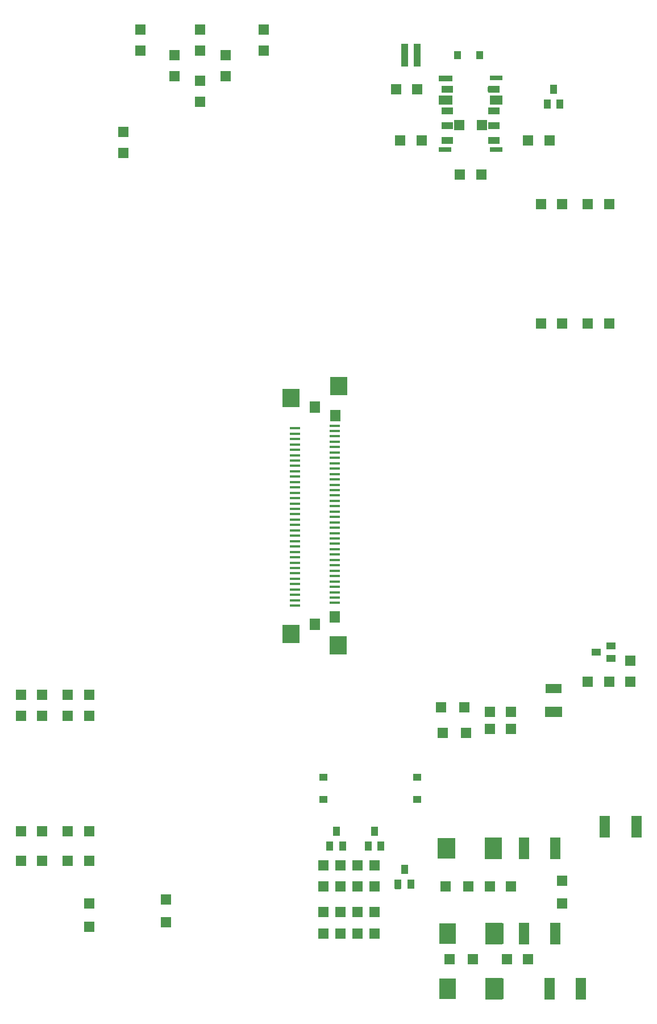
<source format=gtp>
*%FSLAX24Y24*%
*%MOIN*%
G01*
%ADD11C,0.0000*%
%ADD12C,0.0040*%
%ADD13C,0.0059*%
%ADD14C,0.0060*%
%ADD15C,0.0073*%
%ADD16C,0.0079*%
%ADD17C,0.0080*%
%ADD18C,0.0098*%
%ADD19C,0.0100*%
%ADD20C,0.0120*%
%ADD21C,0.0150*%
%ADD22C,0.0197*%
%ADD23C,0.0200*%
%ADD24C,0.0200*%
%ADD25C,0.0240*%
%ADD26C,0.0250*%
%ADD27C,0.0300*%
%ADD28C,0.0300*%
%ADD29C,0.0340*%
%ADD30C,0.0360*%
%ADD31C,0.0380*%
%ADD32C,0.0394*%
%ADD33C,0.0397*%
%ADD34C,0.0400*%
%ADD35C,0.0400*%
%ADD36C,0.0434*%
%ADD37C,0.0440*%
%ADD38C,0.0472*%
%ADD39C,0.0480*%
%ADD40C,0.0500*%
%ADD41C,0.0500*%
%ADD42C,0.0520*%
%ADD43C,0.0540*%
%ADD44C,0.0560*%
%ADD45C,0.0580*%
%ADD46C,0.0594*%
%ADD47C,0.0600*%
%ADD48C,0.0600*%
%ADD49C,0.0620*%
%ADD50C,0.0640*%
%ADD51C,0.0650*%
%ADD52C,0.0660*%
%ADD53C,0.0670*%
%ADD54C,0.0672*%
%ADD55O,0.0750X0.0560*%
%ADD56C,0.0760*%
%ADD57C,0.0787*%
%ADD58O,0.0790X0.0600*%
%ADD59C,0.0800*%
%ADD60C,0.0827*%
%ADD61O,0.0850X0.0560*%
%ADD62C,0.0850*%
%ADD63C,0.0870*%
%ADD64C,0.0886*%
%ADD65C,0.0889*%
%ADD66O,0.0890X0.0600*%
%ADD67C,0.0926*%
%ADD68C,0.1000*%
%ADD69C,0.1040*%
%ADD70C,0.1161*%
%ADD71C,0.1250*%
%ADD72C,0.1276*%
%ADD73C,0.1316*%
%ADD74C,0.1600*%
%ADD75C,0.1640*%
%ADD76C,0.2250*%
%ADD77R,0.0200X0.0200*%
%ADD78R,0.0350X0.0500*%
%ADD79R,0.0350X0.0520*%
%ADD80R,0.0360X0.1300*%
%ADD81R,0.0370X0.0530*%
%ADD82R,0.0394X0.0551*%
%ADD83R,0.0394X0.1102*%
%ADD84R,0.0400X0.0500*%
%ADD85R,0.0400X0.0750*%
%ADD86R,0.0400X0.1350*%
%ADD87R,0.0434X0.0591*%
%ADD88R,0.0440X0.0540*%
%ADD89R,0.0440X0.1390*%
%ADD90R,0.0500X0.0400*%
%ADD91R,0.0500X0.0500*%
%ADD92R,0.0500X0.0500*%
%ADD93R,0.0500X0.1200*%
%ADD94R,0.0540X0.0440*%
%ADD95R,0.0540X0.0540*%
%ADD96R,0.0550X0.0350*%
%ADD97R,0.0551X0.0394*%
%ADD98R,0.0591X0.0177*%
%ADD99R,0.0591X0.0434*%
%ADD100R,0.0600X0.0600*%
%ADD101R,0.0600X0.0650*%
%ADD102R,0.0600X0.1250*%
%ADD103R,0.0620X0.0620*%
%ADD104R,0.0631X0.0217*%
%ADD105R,0.0640X0.0640*%
%ADD106R,0.0640X0.1290*%
%ADD107R,0.0650X0.0300*%
%ADD108R,0.0660X0.0660*%
%ADD109R,0.0700X0.0300*%
%ADD110R,0.0700X0.0340*%
%ADD111R,0.0700X0.0350*%
%ADD112R,0.0700X0.0700*%
%ADD113R,0.0709X0.0394*%
%ADD114R,0.0740X0.0740*%
%ADD115R,0.0749X0.0434*%
%ADD116R,0.0750X0.0300*%
%ADD117R,0.0750X0.0400*%
%ADD118R,0.0750X0.0550*%
%ADD119R,0.0750X0.0560*%
%ADD120R,0.0790X0.0600*%
%ADD121R,0.0800X0.0350*%
%ADD122R,0.0800X0.0550*%
%ADD123R,0.0827X0.0394*%
%ADD124R,0.0827X0.0591*%
%ADD125R,0.0867X0.0434*%
%ADD126R,0.0867X0.0631*%
%ADD127R,0.0950X0.1200*%
%ADD128R,0.0960X0.0540*%
%ADD129R,0.0960X0.1220*%
%ADD130R,0.1000X0.0600*%
%ADD131R,0.1000X0.1000*%
%ADD132R,0.1000X0.1000*%
%ADD133R,0.1000X0.1100*%
%ADD134R,0.1000X0.1200*%
%ADD135R,0.1000X0.1250*%
%ADD136R,0.1040X0.0640*%
%ADD137R,0.1040X0.1040*%
%ADD138R,0.1040X0.1290*%
%ADD139R,0.1200X0.1200*%
%ADD140R,0.1417X0.0551*%
%ADD141R,0.1500X0.1500*%
%ADD142R,0.1540X0.1540*%
%ADD143R,0.2000X0.2000*%
%ADD144R,0.2200X0.2200*%
%ADD145R,0.2500X0.2500*%
D78*
X74835Y39650D02*
D03*
X75585D02*
D03*
X77085D02*
D03*
X77835D02*
D03*
X79585Y37400D02*
D03*
X78835D02*
D03*
X88335Y83150D02*
D03*
X87585D02*
D03*
D79*
X75585Y39630D02*
D03*
X77835D02*
D03*
X79585Y37380D02*
D03*
X88335Y83130D02*
D03*
D80*
X79210Y86000D02*
D03*
X79960D02*
D03*
D81*
X75205Y40505D02*
D03*
X74835Y39625D02*
D03*
X77455Y40505D02*
D03*
X77085Y39625D02*
D03*
X78835Y37375D02*
D03*
X79205Y38255D02*
D03*
X87585Y83125D02*
D03*
X87955Y84005D02*
D03*
D82*
X74836Y39634D02*
D03*
X75210Y40500D02*
D03*
X75584Y39634D02*
D03*
X77086D02*
D03*
X77460Y40500D02*
D03*
X77834Y39634D02*
D03*
X79584Y37384D02*
D03*
X79210Y38250D02*
D03*
X78836Y37384D02*
D03*
X88334Y83134D02*
D03*
X87960Y84000D02*
D03*
X87586Y83134D02*
D03*
D84*
X75210Y40500D02*
D03*
X77460D02*
D03*
X79210Y38250D02*
D03*
X87960Y84000D02*
D03*
X82310Y86000D02*
D03*
X83610D02*
D03*
D86*
X79210D02*
D03*
X79960D02*
D03*
D90*
X74460Y42350D02*
D03*
Y43650D02*
D03*
X79960Y42350D02*
D03*
Y43650D02*
D03*
D91*
X57960Y48500D02*
D03*
X56710D02*
D03*
X57960Y47250D02*
D03*
X56710D02*
D03*
X57960Y38750D02*
D03*
X56710D02*
D03*
X57960Y40500D02*
D03*
X56710D02*
D03*
X74460Y35750D02*
D03*
Y34500D02*
D03*
X60710Y47250D02*
D03*
X59460D02*
D03*
X60710Y48500D02*
D03*
X59460D02*
D03*
X74460Y38500D02*
D03*
Y37250D02*
D03*
X60710Y40500D02*
D03*
X59460D02*
D03*
X60710Y38750D02*
D03*
X59460D02*
D03*
X62710Y81500D02*
D03*
Y80250D02*
D03*
X63710Y87500D02*
D03*
Y86250D02*
D03*
X67210Y87500D02*
D03*
Y86250D02*
D03*
X65710Y86000D02*
D03*
Y84750D02*
D03*
X67210Y84500D02*
D03*
Y83250D02*
D03*
X68710Y86000D02*
D03*
Y84750D02*
D03*
X70960Y87500D02*
D03*
Y86250D02*
D03*
X85210Y33000D02*
D03*
X86460D02*
D03*
X88460Y37600D02*
D03*
Y36250D02*
D03*
X76460Y35750D02*
D03*
Y34500D02*
D03*
X77460Y35750D02*
D03*
Y34500D02*
D03*
X75460D02*
D03*
Y35750D02*
D03*
X84210Y37250D02*
D03*
X85460D02*
D03*
X84210Y46500D02*
D03*
X85460D02*
D03*
X84210Y47500D02*
D03*
X85460D02*
D03*
X77460Y38500D02*
D03*
Y37250D02*
D03*
X75460D02*
D03*
Y38500D02*
D03*
X76460Y37250D02*
D03*
Y38500D02*
D03*
X78960Y81000D02*
D03*
X80210D02*
D03*
X82460Y79000D02*
D03*
X83710D02*
D03*
X82410Y81900D02*
D03*
X83760D02*
D03*
X87710Y81000D02*
D03*
X86460D02*
D03*
X87210Y77250D02*
D03*
X88460D02*
D03*
X89960D02*
D03*
X91210D02*
D03*
X89960Y70250D02*
D03*
X91210D02*
D03*
X87210D02*
D03*
X88460D02*
D03*
X79960Y84000D02*
D03*
X78710D02*
D03*
X92460Y49250D02*
D03*
Y50500D02*
D03*
X89960Y49250D02*
D03*
X91210D02*
D03*
D93*
X87710Y31250D02*
D03*
X89560D02*
D03*
X86210Y34500D02*
D03*
X88060D02*
D03*
X86210Y39500D02*
D03*
X88060D02*
D03*
X90960Y40750D02*
D03*
X92810D02*
D03*
D97*
X90458Y51002D02*
D03*
X91326Y51374D02*
D03*
Y50626D02*
D03*
D98*
X75141Y60181D02*
D03*
Y59551D02*
D03*
X72779Y62543D02*
D03*
X75141Y62386D02*
D03*
Y62701D02*
D03*
Y64276D02*
D03*
X72779Y60024D02*
D03*
Y59709D02*
D03*
Y60339D02*
D03*
Y54354D02*
D03*
Y54984D02*
D03*
Y55614D02*
D03*
Y56244D02*
D03*
Y56874D02*
D03*
Y57504D02*
D03*
Y58134D02*
D03*
Y63803D02*
D03*
Y63173D02*
D03*
Y61913D02*
D03*
Y61283D02*
D03*
Y60654D02*
D03*
Y59394D02*
D03*
X75141Y63646D02*
D03*
Y63016D02*
D03*
Y61756D02*
D03*
Y61126D02*
D03*
Y60496D02*
D03*
Y59866D02*
D03*
Y56717D02*
D03*
Y58606D02*
D03*
X72779Y63488D02*
D03*
X72779Y62858D02*
D03*
X72779Y62228D02*
D03*
Y61598D02*
D03*
Y60969D02*
D03*
Y54669D02*
D03*
Y55299D02*
D03*
Y56559D02*
D03*
Y57189D02*
D03*
Y57819D02*
D03*
Y58449D02*
D03*
X75141Y63961D02*
D03*
Y63331D02*
D03*
Y62071D02*
D03*
Y61441D02*
D03*
Y60811D02*
D03*
Y55142D02*
D03*
Y57031D02*
D03*
Y58291D02*
D03*
X72779Y54039D02*
D03*
X75141Y54512D02*
D03*
X72779Y64118D02*
D03*
X72779Y55929D02*
D03*
X75141Y57346D02*
D03*
Y57661D02*
D03*
Y55772D02*
D03*
Y56087D02*
D03*
Y56402D02*
D03*
X72779Y53724D02*
D03*
X75141Y54197D02*
D03*
Y54827D02*
D03*
Y57976D02*
D03*
Y59236D02*
D03*
X72779Y58764D02*
D03*
X75141Y53882D02*
D03*
X72779Y59079D02*
D03*
X75141Y58921D02*
D03*
Y55457D02*
D03*
D100*
X56710Y48500D02*
D03*
X57960D02*
D03*
X56710Y47250D02*
D03*
X57960D02*
D03*
X56710Y38750D02*
D03*
X57960D02*
D03*
X56710Y40500D02*
D03*
X57960D02*
D03*
X74460Y34500D02*
D03*
Y35750D02*
D03*
X65210Y36500D02*
D03*
Y35150D02*
D03*
D03*
Y36500D02*
D03*
X60710Y36250D02*
D03*
Y34900D02*
D03*
D03*
Y36250D02*
D03*
X59460Y47250D02*
D03*
X60710D02*
D03*
X59460Y48500D02*
D03*
X60710D02*
D03*
X74460Y37250D02*
D03*
Y38500D02*
D03*
X59460Y40500D02*
D03*
X60710D02*
D03*
X59460Y38750D02*
D03*
X60710D02*
D03*
X62710Y80250D02*
D03*
Y81500D02*
D03*
X63710Y86250D02*
D03*
Y87500D02*
D03*
X67210Y86250D02*
D03*
Y87500D02*
D03*
X65710Y84750D02*
D03*
Y86000D02*
D03*
X67210Y83250D02*
D03*
Y84500D02*
D03*
X68710Y84750D02*
D03*
Y86000D02*
D03*
X70960Y86250D02*
D03*
Y87500D02*
D03*
X83210Y33000D02*
D03*
X81860D02*
D03*
X86460D02*
D03*
X85210D02*
D03*
X88460Y37600D02*
D03*
Y36250D02*
D03*
X76460Y34500D02*
D03*
Y35750D02*
D03*
X77460Y34500D02*
D03*
Y35750D02*
D03*
X75460D02*
D03*
Y34500D02*
D03*
X82960Y37250D02*
D03*
X81610D02*
D03*
X85460D02*
D03*
X84210D02*
D03*
X85460Y46500D02*
D03*
X84210D02*
D03*
X85460Y47500D02*
D03*
X84210D02*
D03*
X82710Y47750D02*
D03*
X81360D02*
D03*
X81460Y46250D02*
D03*
X82810D02*
D03*
X77460Y37250D02*
D03*
Y38500D02*
D03*
X75460D02*
D03*
Y37250D02*
D03*
X76460Y38500D02*
D03*
Y37250D02*
D03*
X80210Y81000D02*
D03*
X78960D02*
D03*
X83710Y79000D02*
D03*
X82460D02*
D03*
X82410Y81900D02*
D03*
X83760D02*
D03*
X86460Y81000D02*
D03*
X87710D02*
D03*
X88460Y77250D02*
D03*
X87210D02*
D03*
X91210D02*
D03*
X89960D02*
D03*
X91210Y70250D02*
D03*
X89960D02*
D03*
X88460D02*
D03*
X87210D02*
D03*
X78710Y84000D02*
D03*
X79960D02*
D03*
X92460Y50500D02*
D03*
Y49250D02*
D03*
X91210D02*
D03*
X89960D02*
D03*
D101*
X75110Y53075D02*
D03*
X75160Y64875D02*
D03*
X73960Y65375D02*
D03*
Y52625D02*
D03*
D102*
X89560Y31250D02*
D03*
X87710D02*
D03*
X88060Y34500D02*
D03*
X86210D02*
D03*
X88060Y39500D02*
D03*
X86210D02*
D03*
X92810Y40750D02*
D03*
X90960D02*
D03*
D107*
X84435Y84000D02*
D03*
D109*
X81710D02*
D03*
Y82750D02*
D03*
Y81000D02*
D03*
X84460D02*
D03*
Y82750D02*
D03*
D110*
X81710Y81870D02*
D03*
D111*
X84460Y81875D02*
D03*
D113*
X84466Y81008D02*
D03*
Y81874D02*
D03*
Y82740D02*
D03*
Y84000D02*
D03*
X81710D02*
D03*
Y81008D02*
D03*
Y81874D02*
D03*
Y82740D02*
D03*
D116*
X81585Y80450D02*
D03*
X84585D02*
D03*
Y84650D02*
D03*
D118*
Y83375D02*
D03*
D121*
X81610Y84625D02*
D03*
D122*
Y83375D02*
D03*
D127*
X81735Y31250D02*
D03*
Y34500D02*
D03*
X84435Y39500D02*
D03*
D128*
X87960Y47500D02*
D03*
Y48850D02*
D03*
D129*
X84460Y31250D02*
D03*
X81760D02*
D03*
X84460Y34500D02*
D03*
X81760D02*
D03*
X81710Y39500D02*
D03*
X84410D02*
D03*
D130*
X87960Y47500D02*
D03*
D133*
X72560Y52050D02*
D03*
X75310Y51400D02*
D03*
X72560Y65900D02*
D03*
X75360Y66600D02*
D03*
D134*
X84510Y31250D02*
D03*
Y34500D02*
D03*
X81660Y39500D02*
D03*
D135*
X84460Y31250D02*
D03*
Y34500D02*
D03*
X84410Y39500D02*
D03*
M02*

</source>
